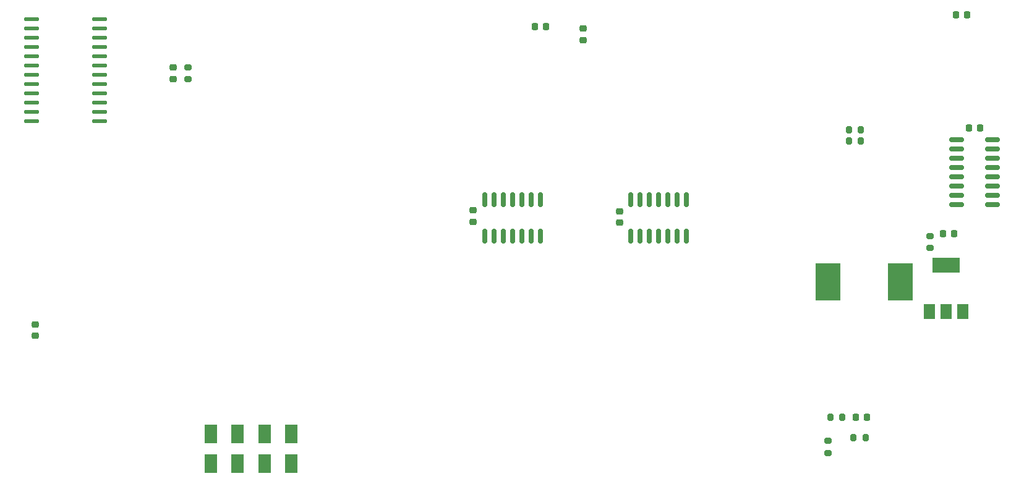
<source format=gbr>
%TF.GenerationSoftware,KiCad,Pcbnew,(6.0.0)*%
%TF.CreationDate,2022-01-24T17:43:35-05:00*%
%TF.ProjectId,TI thermostat esp32,54492074-6865-4726-9d6f-737461742065,rev?*%
%TF.SameCoordinates,Original*%
%TF.FileFunction,Paste,Top*%
%TF.FilePolarity,Positive*%
%FSLAX46Y46*%
G04 Gerber Fmt 4.6, Leading zero omitted, Abs format (unit mm)*
G04 Created by KiCad (PCBNEW (6.0.0)) date 2022-01-24 17:43:35*
%MOMM*%
%LPD*%
G01*
G04 APERTURE LIST*
G04 Aperture macros list*
%AMRoundRect*
0 Rectangle with rounded corners*
0 $1 Rounding radius*
0 $2 $3 $4 $5 $6 $7 $8 $9 X,Y pos of 4 corners*
0 Add a 4 corners polygon primitive as box body*
4,1,4,$2,$3,$4,$5,$6,$7,$8,$9,$2,$3,0*
0 Add four circle primitives for the rounded corners*
1,1,$1+$1,$2,$3*
1,1,$1+$1,$4,$5*
1,1,$1+$1,$6,$7*
1,1,$1+$1,$8,$9*
0 Add four rect primitives between the rounded corners*
20,1,$1+$1,$2,$3,$4,$5,0*
20,1,$1+$1,$4,$5,$6,$7,0*
20,1,$1+$1,$6,$7,$8,$9,0*
20,1,$1+$1,$8,$9,$2,$3,0*%
G04 Aperture macros list end*
%ADD10R,1.800000X2.500000*%
%ADD11RoundRect,0.137500X-0.862500X-0.137500X0.862500X-0.137500X0.862500X0.137500X-0.862500X0.137500X0*%
%ADD12RoundRect,0.200000X0.200000X0.275000X-0.200000X0.275000X-0.200000X-0.275000X0.200000X-0.275000X0*%
%ADD13RoundRect,0.200000X-0.275000X0.200000X-0.275000X-0.200000X0.275000X-0.200000X0.275000X0.200000X0*%
%ADD14RoundRect,0.225000X-0.250000X0.225000X-0.250000X-0.225000X0.250000X-0.225000X0.250000X0.225000X0*%
%ADD15R,3.400000X5.100000*%
%ADD16RoundRect,0.150000X0.150000X-0.825000X0.150000X0.825000X-0.150000X0.825000X-0.150000X-0.825000X0*%
%ADD17RoundRect,0.218750X0.218750X0.256250X-0.218750X0.256250X-0.218750X-0.256250X0.218750X-0.256250X0*%
%ADD18RoundRect,0.225000X-0.225000X-0.250000X0.225000X-0.250000X0.225000X0.250000X-0.225000X0.250000X0*%
%ADD19RoundRect,0.225000X0.250000X-0.225000X0.250000X0.225000X-0.250000X0.225000X-0.250000X-0.225000X0*%
%ADD20R,1.500000X2.000000*%
%ADD21R,3.800000X2.000000*%
%ADD22RoundRect,0.225000X0.225000X0.250000X-0.225000X0.250000X-0.225000X-0.250000X0.225000X-0.250000X0*%
%ADD23RoundRect,0.200000X0.275000X-0.200000X0.275000X0.200000X-0.275000X0.200000X-0.275000X-0.200000X0*%
%ADD24RoundRect,0.200000X-0.200000X-0.275000X0.200000X-0.275000X0.200000X0.275000X-0.200000X0.275000X0*%
%ADD25RoundRect,0.150000X-0.825000X-0.150000X0.825000X-0.150000X0.825000X0.150000X-0.825000X0.150000X0*%
G04 APERTURE END LIST*
D10*
%TO.C,D9*%
X111153489Y-120939511D03*
X111153489Y-124939511D03*
%TD*%
D11*
%TO.C,U6*%
X82980000Y-64135000D03*
X82980000Y-65405000D03*
X82980000Y-66675000D03*
X82980000Y-67945000D03*
X82980000Y-69215000D03*
X82980000Y-70485000D03*
X82980000Y-71755000D03*
X82980000Y-73025000D03*
X82980000Y-74295000D03*
X82980000Y-75565000D03*
X82980000Y-76835000D03*
X82980000Y-78105000D03*
X92280000Y-78105000D03*
X92280000Y-76835000D03*
X92280000Y-75565000D03*
X92280000Y-74295000D03*
X92280000Y-73025000D03*
X92280000Y-71755000D03*
X92280000Y-70485000D03*
X92280000Y-69215000D03*
X92280000Y-67945000D03*
X92280000Y-66675000D03*
X92280000Y-65405000D03*
X92280000Y-64135000D03*
%TD*%
D12*
%TO.C,R24*%
X196532000Y-79248000D03*
X194882000Y-79248000D03*
%TD*%
D13*
%TO.C,R27*%
X192024000Y-121857000D03*
X192024000Y-123507000D03*
%TD*%
D14*
%TO.C,C8*%
X83439000Y-105905000D03*
X83439000Y-107455000D03*
%TD*%
D10*
%TO.C,D7*%
X107470489Y-124939511D03*
X107470489Y-120939511D03*
%TD*%
D15*
%TO.C,L1*%
X192027000Y-100076000D03*
X201927000Y-100076000D03*
%TD*%
D16*
%TO.C,U5*%
X164973000Y-93788000D03*
X166243000Y-93788000D03*
X167513000Y-93788000D03*
X168783000Y-93788000D03*
X170053000Y-93788000D03*
X171323000Y-93788000D03*
X172593000Y-93788000D03*
X172593000Y-88838000D03*
X171323000Y-88838000D03*
X170053000Y-88838000D03*
X168783000Y-88838000D03*
X167513000Y-88838000D03*
X166243000Y-88838000D03*
X164973000Y-88838000D03*
%TD*%
D12*
%TO.C,R26*%
X197167000Y-121412000D03*
X195517000Y-121412000D03*
%TD*%
D17*
%TO.C,D5*%
X209296000Y-93472000D03*
X207721000Y-93472000D03*
%TD*%
D18*
%TO.C,C9*%
X151879000Y-65151000D03*
X153429000Y-65151000D03*
%TD*%
D16*
%TO.C,U7*%
X145034000Y-93788000D03*
X146304000Y-93788000D03*
X147574000Y-93788000D03*
X148844000Y-93788000D03*
X150114000Y-93788000D03*
X151384000Y-93788000D03*
X152654000Y-93788000D03*
X152654000Y-88838000D03*
X151384000Y-88838000D03*
X150114000Y-88838000D03*
X148844000Y-88838000D03*
X147574000Y-88838000D03*
X146304000Y-88838000D03*
X145034000Y-88838000D03*
%TD*%
D10*
%TO.C,D8*%
X118519489Y-120939511D03*
X118519489Y-124939511D03*
%TD*%
D14*
%TO.C,C2*%
X102362000Y-70726000D03*
X102362000Y-72276000D03*
%TD*%
D19*
%TO.C,C1*%
X163449000Y-91961000D03*
X163449000Y-90411000D03*
%TD*%
D20*
%TO.C,U8*%
X205853000Y-104115000D03*
D21*
X208153000Y-97815000D03*
D20*
X208153000Y-104115000D03*
X210453000Y-104115000D03*
%TD*%
D13*
%TO.C,R9*%
X104394000Y-70676000D03*
X104394000Y-72326000D03*
%TD*%
D22*
%TO.C,C15*%
X212865000Y-78994000D03*
X211315000Y-78994000D03*
%TD*%
D23*
%TO.C,R15*%
X205994000Y-95440000D03*
X205994000Y-93790000D03*
%TD*%
D24*
%TO.C,R25*%
X192342000Y-118618000D03*
X193992000Y-118618000D03*
%TD*%
D12*
%TO.C,R14*%
X196532000Y-80772000D03*
X194882000Y-80772000D03*
%TD*%
D18*
%TO.C,C11*%
X209537000Y-63500000D03*
X211087000Y-63500000D03*
%TD*%
D10*
%TO.C,D6*%
X114836489Y-124939511D03*
X114836489Y-120939511D03*
%TD*%
D19*
%TO.C,C3*%
X143383000Y-91834000D03*
X143383000Y-90284000D03*
%TD*%
D18*
%TO.C,C17*%
X195821000Y-118618000D03*
X197371000Y-118618000D03*
%TD*%
D25*
%TO.C,U9*%
X209615000Y-80645000D03*
X209615000Y-81915000D03*
X209615000Y-83185000D03*
X209615000Y-84455000D03*
X209615000Y-85725000D03*
X209615000Y-86995000D03*
X209615000Y-88265000D03*
X209615000Y-89535000D03*
X214565000Y-89535000D03*
X214565000Y-88265000D03*
X214565000Y-86995000D03*
X214565000Y-85725000D03*
X214565000Y-84455000D03*
X214565000Y-83185000D03*
X214565000Y-81915000D03*
X214565000Y-80645000D03*
%TD*%
D19*
%TO.C,C10*%
X158496000Y-66942000D03*
X158496000Y-65392000D03*
%TD*%
M02*

</source>
